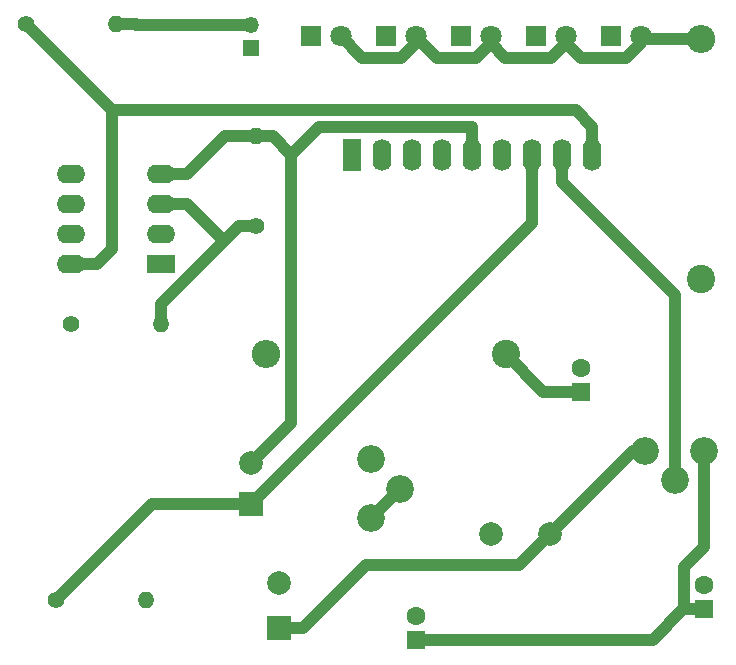
<source format=gbr>
G04 #@! TF.GenerationSoftware,KiCad,Pcbnew,5.1.5-52549c5~84~ubuntu18.04.1*
G04 #@! TF.CreationDate,2020-01-31T14:03:47+00:00*
G04 #@! TF.ProjectId,BrocheDisco,42726f63-6865-4446-9973-636f2e6b6963,rev?*
G04 #@! TF.SameCoordinates,Original*
G04 #@! TF.FileFunction,Copper,L1,Top*
G04 #@! TF.FilePolarity,Positive*
%FSLAX46Y46*%
G04 Gerber Fmt 4.6, Leading zero omitted, Abs format (unit mm)*
G04 Created by KiCad (PCBNEW 5.1.5-52549c5~84~ubuntu18.04.1) date 2020-01-31 14:03:47*
%MOMM*%
%LPD*%
G04 APERTURE LIST*
%ADD10R,1.600000X1.600000*%
%ADD11C,1.600000*%
%ADD12R,2.000000X2.000000*%
%ADD13C,2.000000*%
%ADD14C,2.340000*%
%ADD15C,1.800000*%
%ADD16R,1.800000X1.800000*%
%ADD17C,2.400000*%
%ADD18O,2.400000X2.400000*%
%ADD19R,1.998980X1.998980*%
%ADD20C,1.998980*%
%ADD21C,1.400000*%
%ADD22O,1.400000X1.400000*%
%ADD23R,1.600000X2.700000*%
%ADD24O,1.600000X2.700000*%
%ADD25R,1.350000X1.350000*%
%ADD26O,1.350000X1.350000*%
%ADD27R,2.400000X1.600000*%
%ADD28O,2.400000X1.600000*%
%ADD29C,1.000000*%
G04 APERTURE END LIST*
D10*
X180000000Y-103410000D03*
D11*
X180000000Y-101410000D03*
D12*
X141590000Y-94520000D03*
D13*
X141590000Y-91020000D03*
D14*
X180000000Y-90000000D03*
X177500000Y-92500000D03*
X175000000Y-90000000D03*
D15*
X155560000Y-54920000D03*
D16*
X153020000Y-54920000D03*
D10*
X169530000Y-85000000D03*
D11*
X169530000Y-83000000D03*
D17*
X179690000Y-75470000D03*
D18*
X179690000Y-55150000D03*
D19*
X144000000Y-105000000D03*
D20*
X144000000Y-101190000D03*
D14*
X151750000Y-95710000D03*
X154250000Y-93210000D03*
X151750000Y-90710000D03*
D13*
X161910000Y-97060000D03*
X166910000Y-97060000D03*
D16*
X159370000Y-54920000D03*
D15*
X161910000Y-54920000D03*
D11*
X155560000Y-104000000D03*
D10*
X155560000Y-106000000D03*
D21*
X122540000Y-53880000D03*
D22*
X130160000Y-53880000D03*
X133970000Y-79280000D03*
D21*
X126350000Y-79280000D03*
D23*
X150190000Y-64920000D03*
D24*
X152730000Y-64920000D03*
X155270000Y-64920000D03*
X157810000Y-64920000D03*
X160350000Y-64920000D03*
X162890000Y-64920000D03*
X165430000Y-64920000D03*
X167970000Y-64920000D03*
X170510000Y-64920000D03*
D18*
X142860000Y-81820000D03*
D17*
X163180000Y-81820000D03*
D16*
X146670000Y-54920000D03*
D15*
X149210000Y-54920000D03*
X168260000Y-54920000D03*
D16*
X165720000Y-54920000D03*
D25*
X141590000Y-55920000D03*
D26*
X141590000Y-53920000D03*
D22*
X132700000Y-102645000D03*
D21*
X125080000Y-102645000D03*
D16*
X172070000Y-54920000D03*
D15*
X174610000Y-54920000D03*
D27*
X133970000Y-74200000D03*
D28*
X126350000Y-66580000D03*
X133970000Y-71660000D03*
X126350000Y-69120000D03*
X133970000Y-69120000D03*
X126350000Y-71660000D03*
X133970000Y-66580000D03*
X126350000Y-74200000D03*
D21*
X142000000Y-71000000D03*
D22*
X142000000Y-63380000D03*
D29*
X163180000Y-81820000D02*
X166360000Y-85000000D01*
X166360000Y-85000000D02*
X169530000Y-85000000D01*
X130160000Y-53880000D02*
X131860000Y-53880000D01*
X141590000Y-53920000D02*
X131900000Y-53920000D01*
X131900000Y-53920000D02*
X131860000Y-53880000D01*
X139300000Y-72250000D02*
X133970000Y-77580000D01*
X142000000Y-71000000D02*
X140550000Y-71000000D01*
X140550000Y-71000000D02*
X139300000Y-72250000D01*
X136170000Y-69120000D02*
X139300000Y-72250000D01*
X133970000Y-69120000D02*
X136170000Y-69120000D01*
X133970000Y-79280000D02*
X133970000Y-77580000D01*
X144999300Y-64929000D02*
X144999300Y-87610700D01*
X144999300Y-87610700D02*
X141590000Y-91020000D01*
X143300100Y-63380000D02*
X143450300Y-63380000D01*
X143450300Y-63380000D02*
X144999300Y-64929000D01*
X144999300Y-64929000D02*
X147358300Y-62570000D01*
X147358300Y-62570000D02*
X160350000Y-62570000D01*
X160350000Y-64920000D02*
X160350000Y-62570000D01*
X142000000Y-63380000D02*
X143300100Y-63380000D01*
X133970000Y-66580000D02*
X136170000Y-66580000D01*
X136170000Y-66580000D02*
X139370000Y-63380000D01*
X139370000Y-63380000D02*
X142000000Y-63380000D01*
X144000000Y-105000000D02*
X145999500Y-105000000D01*
X166910000Y-97060000D02*
X164313100Y-99656900D01*
X164313100Y-99656900D02*
X151342600Y-99656900D01*
X151342600Y-99656900D02*
X145999500Y-105000000D01*
X175000000Y-90000000D02*
X173970000Y-90000000D01*
X173970000Y-90000000D02*
X166910000Y-97060000D01*
X154250000Y-93210000D02*
X151750000Y-95710000D01*
X178299600Y-103410000D02*
X178299600Y-99846400D01*
X178299600Y-99846400D02*
X180000000Y-98146000D01*
X180000000Y-98146000D02*
X180000000Y-90000000D01*
X178299600Y-103410000D02*
X178200000Y-103410000D01*
X178600000Y-103410000D02*
X178299600Y-103410000D01*
X180000000Y-103410000D02*
X178600000Y-103410000D01*
X155560000Y-106000000D02*
X175610000Y-106000000D01*
X175610000Y-106000000D02*
X178200000Y-103410000D01*
X125080000Y-102645000D02*
X133205000Y-94520000D01*
X133205000Y-94520000D02*
X141590000Y-94520000D01*
X165430000Y-64920000D02*
X165430000Y-70680000D01*
X165430000Y-70680000D02*
X141590000Y-94520000D01*
X174610000Y-55150000D02*
X174610000Y-55499700D01*
X174610000Y-55499700D02*
X173389300Y-56720400D01*
X173389300Y-56720400D02*
X169510400Y-56720400D01*
X169510400Y-56720400D02*
X168260000Y-55470000D01*
X174610000Y-54920000D02*
X174610000Y-55150000D01*
X174610000Y-55150000D02*
X177490000Y-55150000D01*
X179690000Y-55150000D02*
X177490000Y-55150000D01*
X168260000Y-55470000D02*
X168260000Y-54920000D01*
X161910000Y-55482700D02*
X163147700Y-56720400D01*
X163147700Y-56720400D02*
X167009600Y-56720400D01*
X167009600Y-56720400D02*
X168260000Y-55470000D01*
X155835000Y-55195000D02*
X155560000Y-54920000D01*
X161910000Y-55482700D02*
X160672300Y-56720400D01*
X160672300Y-56720400D02*
X157360400Y-56720400D01*
X157360400Y-56720400D02*
X155835000Y-55195000D01*
X149210000Y-54920000D02*
X151010400Y-56720400D01*
X151010400Y-56720400D02*
X154309600Y-56720400D01*
X154309600Y-56720400D02*
X155835000Y-55195000D01*
X161910000Y-54920000D02*
X161910000Y-55482700D01*
X170510000Y-64920000D02*
X170510000Y-62570000D01*
X129825400Y-61165400D02*
X169105400Y-61165400D01*
X169105400Y-61165400D02*
X170510000Y-62570000D01*
X122540000Y-53880000D02*
X129825400Y-61165400D01*
X129825400Y-61165400D02*
X129825400Y-72924600D01*
X129825400Y-72924600D02*
X128550000Y-74200000D01*
X126350000Y-74200000D02*
X128550000Y-74200000D01*
X167970000Y-64920000D02*
X167970000Y-67270000D01*
X167970000Y-67270000D02*
X177500000Y-76800000D01*
X177500000Y-76800000D02*
X177500000Y-92500000D01*
M02*

</source>
